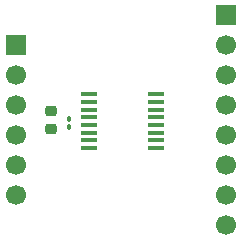
<source format=gts>
G04 #@! TF.GenerationSoftware,KiCad,Pcbnew,9.0.4*
G04 #@! TF.CreationDate,2025-12-19T17:29:27-05:00*
G04 #@! TF.ProjectId,AD5689RARUZ-RL7_breakboard,41443536-3839-4524-9152-555a2d524c37,rev?*
G04 #@! TF.SameCoordinates,Original*
G04 #@! TF.FileFunction,Soldermask,Top*
G04 #@! TF.FilePolarity,Negative*
%FSLAX46Y46*%
G04 Gerber Fmt 4.6, Leading zero omitted, Abs format (unit mm)*
G04 Created by KiCad (PCBNEW 9.0.4) date 2025-12-19 17:29:27*
%MOMM*%
%LPD*%
G01*
G04 APERTURE LIST*
G04 Aperture macros list*
%AMRoundRect*
0 Rectangle with rounded corners*
0 $1 Rounding radius*
0 $2 $3 $4 $5 $6 $7 $8 $9 X,Y pos of 4 corners*
0 Add a 4 corners polygon primitive as box body*
4,1,4,$2,$3,$4,$5,$6,$7,$8,$9,$2,$3,0*
0 Add four circle primitives for the rounded corners*
1,1,$1+$1,$2,$3*
1,1,$1+$1,$4,$5*
1,1,$1+$1,$6,$7*
1,1,$1+$1,$8,$9*
0 Add four rect primitives between the rounded corners*
20,1,$1+$1,$2,$3,$4,$5,0*
20,1,$1+$1,$4,$5,$6,$7,0*
20,1,$1+$1,$6,$7,$8,$9,0*
20,1,$1+$1,$8,$9,$2,$3,0*%
G04 Aperture macros list end*
%ADD10C,1.700000*%
%ADD11R,1.700000X1.700000*%
%ADD12RoundRect,0.225000X0.250000X-0.225000X0.250000X0.225000X-0.250000X0.225000X-0.250000X-0.225000X0*%
%ADD13RoundRect,0.100000X0.100000X-0.130000X0.100000X0.130000X-0.100000X0.130000X-0.100000X-0.130000X0*%
%ADD14R,1.473200X0.355600*%
G04 APERTURE END LIST*
D10*
X153530000Y-82550000D03*
X153530000Y-80010000D03*
X153530000Y-77470000D03*
X153530000Y-74930000D03*
X153530000Y-72390000D03*
X153530000Y-69850000D03*
X153530000Y-67310000D03*
D11*
X153530000Y-64770000D03*
D12*
X138750000Y-74435000D03*
X138750000Y-72885000D03*
D13*
X140250000Y-74225000D03*
X140250000Y-73585000D03*
D11*
X135750000Y-67310000D03*
D10*
X135750000Y-69850000D03*
X135750000Y-72390000D03*
X135750000Y-74930000D03*
X135750000Y-77470000D03*
X135750000Y-80010000D03*
D14*
X141960600Y-71475001D03*
X141960600Y-72124999D03*
X141960600Y-72775001D03*
X141960600Y-73424999D03*
X141960600Y-74074998D03*
X141960600Y-74724999D03*
X141960600Y-75374998D03*
X141960600Y-76024999D03*
X147599400Y-76024999D03*
X147599400Y-75375001D03*
X147599400Y-74724999D03*
X147599400Y-74075001D03*
X147599400Y-73425002D03*
X147599400Y-72775001D03*
X147599400Y-72125002D03*
X147599400Y-71475001D03*
M02*

</source>
